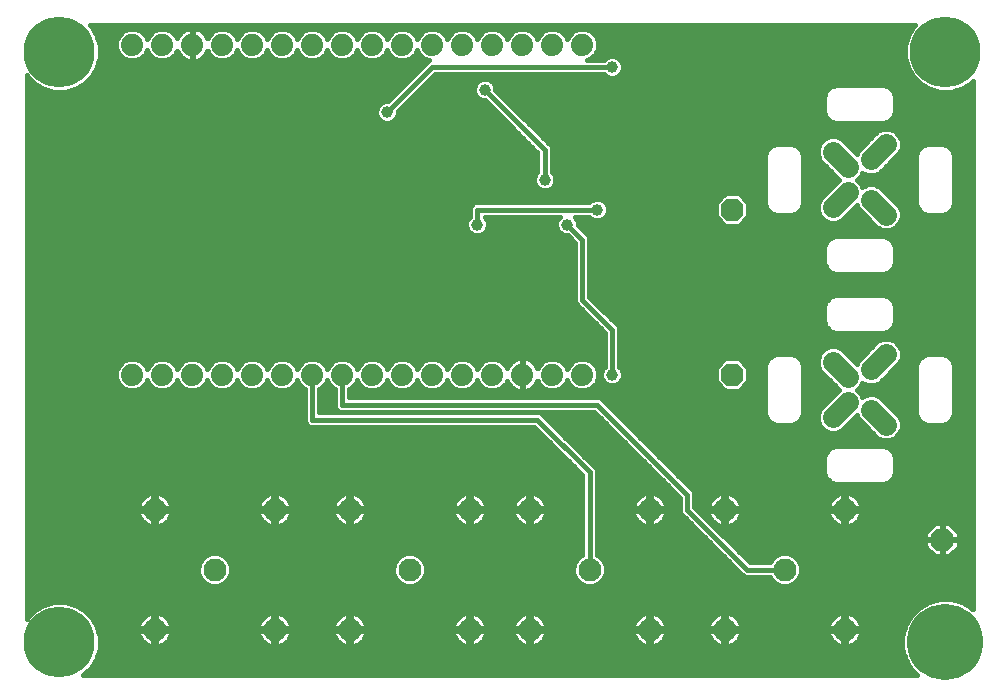
<source format=gbl>
G75*
%MOIN*%
%OFA0B0*%
%FSLAX24Y24*%
%IPPOS*%
%LPD*%
%AMOC8*
5,1,8,0,0,1.08239X$1,22.5*
%
%ADD10C,0.0709*%
%ADD11C,0.0765*%
%ADD12C,0.0740*%
%ADD13OC8,0.0760*%
%ADD14C,0.0160*%
%ADD15C,0.0396*%
%ADD16C,0.2362*%
%ADD17C,0.2540*%
D10*
X027545Y012909D02*
X028046Y013410D01*
X028814Y013164D02*
X029315Y012663D01*
X028046Y014257D02*
X027545Y014758D01*
X028814Y014503D02*
X029315Y015004D01*
X029315Y019663D02*
X028814Y020164D01*
X028046Y020410D02*
X027545Y019909D01*
X028046Y021257D02*
X027545Y021758D01*
X028814Y021503D02*
X029315Y022004D01*
D11*
X027930Y009833D03*
X025930Y007833D03*
X023930Y009833D03*
X021430Y009833D03*
X019430Y007833D03*
X017430Y009833D03*
X015430Y009833D03*
X013430Y007833D03*
X011430Y009833D03*
X008930Y009833D03*
X006930Y007833D03*
X004930Y009833D03*
X004930Y005833D03*
X008930Y005833D03*
X011430Y005833D03*
X015430Y005833D03*
X017430Y005833D03*
X021430Y005833D03*
X023930Y005833D03*
X027930Y005833D03*
D12*
X019180Y014333D03*
X018180Y014333D03*
X017180Y014333D03*
X016180Y014333D03*
X015180Y014333D03*
X014180Y014333D03*
X013180Y014333D03*
X012180Y014333D03*
X011180Y014333D03*
X010180Y014333D03*
X009180Y014333D03*
X008180Y014333D03*
X007180Y014333D03*
X006180Y014333D03*
X005180Y014333D03*
X004180Y014333D03*
X004180Y025333D03*
X005180Y025333D03*
X006180Y025333D03*
X007180Y025333D03*
X008180Y025333D03*
X009180Y025333D03*
X010180Y025333D03*
X011180Y025333D03*
X012180Y025333D03*
X013180Y025333D03*
X014180Y025333D03*
X015180Y025333D03*
X016180Y025333D03*
X017180Y025333D03*
X018180Y025333D03*
X019180Y025333D03*
D13*
X024180Y019833D03*
X024180Y014333D03*
X031180Y008833D03*
D14*
X030355Y004313D02*
X002541Y004313D01*
X002578Y004335D01*
X002828Y004585D01*
X003005Y004890D01*
X003096Y005232D01*
X003096Y005585D01*
X003005Y005926D01*
X002828Y006232D01*
X002578Y006481D01*
X002272Y006658D01*
X001931Y006749D01*
X001578Y006749D01*
X001237Y006658D01*
X000931Y006481D01*
X000682Y006232D01*
X000660Y006194D01*
X000660Y024307D01*
X000682Y024270D01*
X000931Y024020D01*
X001237Y023843D01*
X001578Y023752D01*
X001931Y023752D01*
X002272Y023843D01*
X002578Y024020D01*
X002828Y024270D01*
X003005Y024576D01*
X003096Y024917D01*
X003096Y025270D01*
X003005Y025611D01*
X002828Y025917D01*
X002771Y025973D01*
X030266Y025973D01*
X030209Y025917D01*
X030033Y025611D01*
X029941Y025270D01*
X029941Y024917D01*
X030033Y024576D01*
X030209Y024270D01*
X030459Y024020D01*
X030765Y023843D01*
X031106Y023752D01*
X031459Y023752D01*
X031800Y023843D01*
X032106Y024020D01*
X032192Y024106D01*
X032192Y006521D01*
X032160Y006552D01*
X031834Y006741D01*
X031471Y006838D01*
X031094Y006838D01*
X030730Y006741D01*
X030404Y006552D01*
X030138Y006286D01*
X029950Y005960D01*
X029852Y005596D01*
X029852Y005220D01*
X029950Y004856D01*
X030138Y004530D01*
X030355Y004313D01*
X030201Y004467D02*
X002711Y004467D01*
X002852Y004626D02*
X030083Y004626D01*
X029991Y004784D02*
X002943Y004784D01*
X003019Y004943D02*
X029927Y004943D01*
X029884Y005101D02*
X003061Y005101D01*
X003096Y005260D02*
X029852Y005260D01*
X029852Y005418D02*
X028310Y005418D01*
X028296Y005404D02*
X028359Y005467D01*
X028411Y005539D01*
X028451Y005617D01*
X028479Y005702D01*
X028492Y005786D01*
X027978Y005786D01*
X027978Y005881D01*
X028492Y005881D01*
X028479Y005965D01*
X028451Y006049D01*
X028411Y006128D01*
X028359Y006200D01*
X028296Y006262D01*
X028225Y006314D01*
X028146Y006355D01*
X028062Y006382D01*
X027978Y006395D01*
X027978Y005881D01*
X027882Y005881D01*
X027882Y005786D01*
X027368Y005786D01*
X027381Y005702D01*
X027409Y005617D01*
X027449Y005539D01*
X027501Y005467D01*
X027564Y005404D01*
X027635Y005352D01*
X027714Y005312D01*
X027798Y005285D01*
X027882Y005271D01*
X027882Y005786D01*
X027978Y005786D01*
X027978Y005271D01*
X028062Y005285D01*
X028146Y005312D01*
X028225Y005352D01*
X028296Y005404D01*
X028431Y005577D02*
X029852Y005577D01*
X029890Y005735D02*
X028484Y005735D01*
X028490Y005894D02*
X029932Y005894D01*
X030003Y006052D02*
X028450Y006052D01*
X028348Y006211D02*
X030095Y006211D01*
X030221Y006369D02*
X028101Y006369D01*
X027978Y006369D02*
X027882Y006369D01*
X027882Y006395D02*
X027798Y006382D01*
X027714Y006355D01*
X027635Y006314D01*
X027564Y006262D01*
X027501Y006200D01*
X027449Y006128D01*
X027409Y006049D01*
X027381Y005965D01*
X027368Y005881D01*
X027882Y005881D01*
X027882Y006395D01*
X027759Y006369D02*
X024101Y006369D01*
X024062Y006382D02*
X023978Y006395D01*
X023978Y005881D01*
X024492Y005881D01*
X024479Y005965D01*
X024451Y006049D01*
X024411Y006128D01*
X024359Y006200D01*
X024296Y006262D01*
X024225Y006314D01*
X024146Y006355D01*
X024062Y006382D01*
X023978Y006369D02*
X023882Y006369D01*
X023882Y006395D02*
X023798Y006382D01*
X023714Y006355D01*
X023635Y006314D01*
X023564Y006262D01*
X023501Y006200D01*
X023449Y006128D01*
X023409Y006049D01*
X023381Y005965D01*
X023368Y005881D01*
X023882Y005881D01*
X023882Y005786D01*
X023368Y005786D01*
X023381Y005702D01*
X023409Y005617D01*
X023449Y005539D01*
X023501Y005467D01*
X023564Y005404D01*
X023635Y005352D01*
X023714Y005312D01*
X023798Y005285D01*
X023882Y005271D01*
X023882Y005786D01*
X023978Y005786D01*
X023978Y005881D01*
X023882Y005881D01*
X023882Y006395D01*
X023759Y006369D02*
X021601Y006369D01*
X021562Y006382D02*
X021478Y006395D01*
X021478Y005881D01*
X021992Y005881D01*
X021979Y005965D01*
X021951Y006049D01*
X021911Y006128D01*
X021859Y006200D01*
X021796Y006262D01*
X021725Y006314D01*
X021646Y006355D01*
X021562Y006382D01*
X021478Y006369D02*
X021382Y006369D01*
X021382Y006395D02*
X021298Y006382D01*
X021214Y006355D01*
X021135Y006314D01*
X021064Y006262D01*
X021001Y006200D01*
X020949Y006128D01*
X020909Y006049D01*
X020881Y005965D01*
X020868Y005881D01*
X021382Y005881D01*
X021382Y005786D01*
X020868Y005786D01*
X020881Y005702D01*
X020909Y005617D01*
X020949Y005539D01*
X021001Y005467D01*
X021064Y005404D01*
X021135Y005352D01*
X021214Y005312D01*
X021298Y005285D01*
X021382Y005271D01*
X021382Y005786D01*
X021478Y005786D01*
X021478Y005881D01*
X021382Y005881D01*
X021382Y006395D01*
X021259Y006369D02*
X017601Y006369D01*
X017562Y006382D02*
X017478Y006395D01*
X017478Y005881D01*
X017992Y005881D01*
X017979Y005965D01*
X017951Y006049D01*
X017911Y006128D01*
X017859Y006200D01*
X017796Y006262D01*
X017725Y006314D01*
X017646Y006355D01*
X017562Y006382D01*
X017478Y006369D02*
X017382Y006369D01*
X017382Y006395D02*
X017298Y006382D01*
X017214Y006355D01*
X017135Y006314D01*
X017064Y006262D01*
X017001Y006200D01*
X016949Y006128D01*
X016909Y006049D01*
X016881Y005965D01*
X016868Y005881D01*
X017382Y005881D01*
X017382Y005786D01*
X016868Y005786D01*
X016881Y005702D01*
X016909Y005617D01*
X016949Y005539D01*
X017001Y005467D01*
X017064Y005404D01*
X017135Y005352D01*
X017214Y005312D01*
X017298Y005285D01*
X017382Y005271D01*
X017382Y005786D01*
X017478Y005786D01*
X017478Y005881D01*
X017382Y005881D01*
X017382Y006395D01*
X017259Y006369D02*
X015601Y006369D01*
X015562Y006382D02*
X015478Y006395D01*
X015478Y005881D01*
X015992Y005881D01*
X015979Y005965D01*
X015951Y006049D01*
X015911Y006128D01*
X015859Y006200D01*
X015796Y006262D01*
X015725Y006314D01*
X015646Y006355D01*
X015562Y006382D01*
X015478Y006369D02*
X015382Y006369D01*
X015382Y006395D02*
X015298Y006382D01*
X015214Y006355D01*
X015135Y006314D01*
X015064Y006262D01*
X015001Y006200D01*
X014949Y006128D01*
X014909Y006049D01*
X014881Y005965D01*
X014868Y005881D01*
X015382Y005881D01*
X015382Y005786D01*
X014868Y005786D01*
X014881Y005702D01*
X014909Y005617D01*
X014949Y005539D01*
X015001Y005467D01*
X015064Y005404D01*
X015135Y005352D01*
X015214Y005312D01*
X015298Y005285D01*
X015382Y005271D01*
X015382Y005786D01*
X015478Y005786D01*
X015478Y005881D01*
X015382Y005881D01*
X015382Y006395D01*
X015259Y006369D02*
X011601Y006369D01*
X011562Y006382D02*
X011646Y006355D01*
X011725Y006314D01*
X011796Y006262D01*
X011859Y006200D01*
X011911Y006128D01*
X011951Y006049D01*
X011979Y005965D01*
X011992Y005881D01*
X011478Y005881D01*
X011478Y005786D01*
X011992Y005786D01*
X011979Y005702D01*
X011951Y005617D01*
X011911Y005539D01*
X011859Y005467D01*
X011796Y005404D01*
X011725Y005352D01*
X011646Y005312D01*
X011562Y005285D01*
X011478Y005271D01*
X011478Y005786D01*
X011382Y005786D01*
X010868Y005786D01*
X010881Y005702D01*
X010909Y005617D01*
X010949Y005539D01*
X011001Y005467D01*
X011064Y005404D01*
X011135Y005352D01*
X011214Y005312D01*
X011298Y005285D01*
X011382Y005271D01*
X011382Y005786D01*
X011382Y005881D01*
X010868Y005881D01*
X010881Y005965D01*
X010909Y006049D01*
X010949Y006128D01*
X011001Y006200D01*
X011064Y006262D01*
X011135Y006314D01*
X011214Y006355D01*
X011298Y006382D01*
X011382Y006395D01*
X011382Y005881D01*
X011478Y005881D01*
X011478Y006395D01*
X011562Y006382D01*
X011478Y006369D02*
X011382Y006369D01*
X011259Y006369D02*
X009101Y006369D01*
X009062Y006382D02*
X008978Y006395D01*
X008978Y005881D01*
X009492Y005881D01*
X009479Y005965D01*
X009451Y006049D01*
X009411Y006128D01*
X009359Y006200D01*
X009296Y006262D01*
X009225Y006314D01*
X009146Y006355D01*
X009062Y006382D01*
X008978Y006369D02*
X008882Y006369D01*
X008882Y006395D02*
X008798Y006382D01*
X008714Y006355D01*
X008635Y006314D01*
X008564Y006262D01*
X008501Y006200D01*
X008449Y006128D01*
X008409Y006049D01*
X008381Y005965D01*
X008368Y005881D01*
X008882Y005881D01*
X008882Y005786D01*
X008368Y005786D01*
X008381Y005702D01*
X008409Y005617D01*
X008449Y005539D01*
X008501Y005467D01*
X008564Y005404D01*
X008635Y005352D01*
X008714Y005312D01*
X008798Y005285D01*
X008882Y005271D01*
X008882Y005786D01*
X008978Y005786D01*
X008978Y005881D01*
X008882Y005881D01*
X008882Y006395D01*
X008759Y006369D02*
X005101Y006369D01*
X005062Y006382D02*
X004978Y006395D01*
X004978Y005881D01*
X005492Y005881D01*
X005479Y005965D01*
X005451Y006049D01*
X005411Y006128D01*
X005359Y006200D01*
X005296Y006262D01*
X005225Y006314D01*
X005146Y006355D01*
X005062Y006382D01*
X004978Y006369D02*
X004882Y006369D01*
X004882Y006395D02*
X004798Y006382D01*
X004714Y006355D01*
X004635Y006314D01*
X004564Y006262D01*
X004501Y006200D01*
X004449Y006128D01*
X004409Y006049D01*
X004381Y005965D01*
X004368Y005881D01*
X004882Y005881D01*
X004882Y005786D01*
X004368Y005786D01*
X004381Y005702D01*
X004409Y005617D01*
X004449Y005539D01*
X004501Y005467D01*
X004564Y005404D01*
X004635Y005352D01*
X004714Y005312D01*
X004798Y005285D01*
X004882Y005271D01*
X004882Y005786D01*
X004978Y005786D01*
X004978Y005881D01*
X004882Y005881D01*
X004882Y006395D01*
X004759Y006369D02*
X002690Y006369D01*
X002840Y006211D02*
X004512Y006211D01*
X004410Y006052D02*
X002931Y006052D01*
X003013Y005894D02*
X004370Y005894D01*
X004376Y005735D02*
X003056Y005735D01*
X003096Y005577D02*
X004429Y005577D01*
X004550Y005418D02*
X003096Y005418D01*
X002498Y006528D02*
X030380Y006528D01*
X030636Y006686D02*
X002166Y006686D01*
X001343Y006686D02*
X000660Y006686D01*
X000660Y006528D02*
X001012Y006528D01*
X000819Y006369D02*
X000660Y006369D01*
X000660Y006211D02*
X000670Y006211D01*
X000660Y006845D02*
X032192Y006845D01*
X032192Y007003D02*
X000660Y007003D01*
X000660Y007162D02*
X032192Y007162D01*
X032192Y007320D02*
X026109Y007320D01*
X026038Y007291D02*
X026237Y007373D01*
X026390Y007526D01*
X026472Y007725D01*
X026472Y007941D01*
X026390Y008141D01*
X026237Y008293D01*
X026038Y008376D01*
X025822Y008376D01*
X025623Y008293D01*
X025470Y008141D01*
X025442Y008073D01*
X024779Y008073D01*
X022920Y009933D01*
X022920Y010381D01*
X022883Y010469D01*
X019816Y013537D01*
X019728Y013573D01*
X011420Y013573D01*
X011420Y013859D01*
X011480Y013884D01*
X011629Y014033D01*
X011680Y014155D01*
X011731Y014033D01*
X011880Y013884D01*
X012075Y013803D01*
X012285Y013803D01*
X012480Y013884D01*
X012629Y014033D01*
X012680Y014155D01*
X012731Y014033D01*
X012880Y013884D01*
X013075Y013803D01*
X013285Y013803D01*
X013480Y013884D01*
X013629Y014033D01*
X013680Y014155D01*
X013731Y014033D01*
X013880Y013884D01*
X014075Y013803D01*
X014285Y013803D01*
X014480Y013884D01*
X014629Y014033D01*
X014680Y014155D01*
X014731Y014033D01*
X014880Y013884D01*
X015075Y013803D01*
X015285Y013803D01*
X015480Y013884D01*
X015629Y014033D01*
X015680Y014155D01*
X015731Y014033D01*
X015880Y013884D01*
X016075Y013803D01*
X016285Y013803D01*
X016480Y013884D01*
X016629Y014033D01*
X016669Y014128D01*
X016670Y014122D01*
X016710Y014045D01*
X016760Y013975D01*
X016822Y013914D01*
X016892Y013863D01*
X016969Y013824D01*
X017051Y013797D01*
X017137Y013783D01*
X017160Y013783D01*
X017160Y014313D01*
X017200Y014313D01*
X017200Y013783D01*
X017223Y013783D01*
X017309Y013797D01*
X017391Y013824D01*
X017468Y013863D01*
X017538Y013914D01*
X017600Y013975D01*
X017650Y014045D01*
X017690Y014122D01*
X017691Y014128D01*
X017731Y014033D01*
X017880Y013884D01*
X018075Y013803D01*
X018285Y013803D01*
X018480Y013884D01*
X018629Y014033D01*
X018680Y014155D01*
X018731Y014033D01*
X018880Y013884D01*
X019075Y013803D01*
X019285Y013803D01*
X019480Y013884D01*
X019629Y014033D01*
X019710Y014228D01*
X019710Y014439D01*
X019629Y014634D01*
X019480Y014783D01*
X019285Y014863D01*
X019075Y014863D01*
X018880Y014783D01*
X018731Y014634D01*
X018680Y014511D01*
X018629Y014634D01*
X018480Y014783D01*
X018285Y014863D01*
X018075Y014863D01*
X017880Y014783D01*
X017731Y014634D01*
X017691Y014539D01*
X017690Y014544D01*
X017650Y014622D01*
X017600Y014692D01*
X017538Y014753D01*
X017468Y014804D01*
X017391Y014843D01*
X017309Y014870D01*
X017223Y014883D01*
X017200Y014883D01*
X017200Y014353D01*
X017160Y014353D01*
X017160Y014883D01*
X017137Y014883D01*
X017051Y014870D01*
X016969Y014843D01*
X016892Y014804D01*
X016822Y014753D01*
X016760Y014692D01*
X016710Y014622D01*
X016670Y014544D01*
X016669Y014539D01*
X016629Y014634D01*
X016480Y014783D01*
X016285Y014863D01*
X016075Y014863D01*
X015880Y014783D01*
X015731Y014634D01*
X015680Y014511D01*
X015629Y014634D01*
X015480Y014783D01*
X015285Y014863D01*
X015075Y014863D01*
X014880Y014783D01*
X014731Y014634D01*
X014680Y014511D01*
X014629Y014634D01*
X014480Y014783D01*
X014285Y014863D01*
X014075Y014863D01*
X013880Y014783D01*
X013731Y014634D01*
X013680Y014511D01*
X013629Y014634D01*
X013480Y014783D01*
X013285Y014863D01*
X013075Y014863D01*
X012880Y014783D01*
X012731Y014634D01*
X012680Y014511D01*
X012629Y014634D01*
X012480Y014783D01*
X012285Y014863D01*
X012075Y014863D01*
X011880Y014783D01*
X011731Y014634D01*
X011680Y014511D01*
X011629Y014634D01*
X011480Y014783D01*
X011285Y014863D01*
X011075Y014863D01*
X010880Y014783D01*
X010731Y014634D01*
X010680Y014511D01*
X010629Y014634D01*
X010480Y014783D01*
X010285Y014863D01*
X010075Y014863D01*
X009880Y014783D01*
X009731Y014634D01*
X009680Y014511D01*
X009629Y014634D01*
X009480Y014783D01*
X009285Y014863D01*
X009075Y014863D01*
X008880Y014783D01*
X008731Y014634D01*
X008680Y014511D01*
X008629Y014634D01*
X008480Y014783D01*
X008285Y014863D01*
X008075Y014863D01*
X007880Y014783D01*
X007731Y014634D01*
X007680Y014511D01*
X007629Y014634D01*
X007480Y014783D01*
X007285Y014863D01*
X007075Y014863D01*
X006880Y014783D01*
X006731Y014634D01*
X006680Y014511D01*
X006629Y014634D01*
X006480Y014783D01*
X006285Y014863D01*
X006075Y014863D01*
X005880Y014783D01*
X005731Y014634D01*
X005680Y014511D01*
X005629Y014634D01*
X005480Y014783D01*
X005285Y014863D01*
X005075Y014863D01*
X004880Y014783D01*
X004731Y014634D01*
X004680Y014511D01*
X004629Y014634D01*
X004480Y014783D01*
X004285Y014863D01*
X004075Y014863D01*
X003880Y014783D01*
X003731Y014634D01*
X003650Y014439D01*
X003650Y014228D01*
X003731Y014033D01*
X003880Y013884D01*
X004075Y013803D01*
X004285Y013803D01*
X004480Y013884D01*
X004629Y014033D01*
X004680Y014155D01*
X004731Y014033D01*
X004880Y013884D01*
X005075Y013803D01*
X005285Y013803D01*
X005480Y013884D01*
X005629Y014033D01*
X005680Y014155D01*
X005731Y014033D01*
X005880Y013884D01*
X006075Y013803D01*
X006285Y013803D01*
X006480Y013884D01*
X006629Y014033D01*
X006680Y014155D01*
X006731Y014033D01*
X006880Y013884D01*
X007075Y013803D01*
X007285Y013803D01*
X007480Y013884D01*
X007629Y014033D01*
X007680Y014155D01*
X007731Y014033D01*
X007880Y013884D01*
X008075Y013803D01*
X008285Y013803D01*
X008480Y013884D01*
X008629Y014033D01*
X008680Y014155D01*
X008731Y014033D01*
X008880Y013884D01*
X009075Y013803D01*
X009285Y013803D01*
X009480Y013884D01*
X009629Y014033D01*
X009680Y014155D01*
X009731Y014033D01*
X009880Y013884D01*
X009940Y013859D01*
X009940Y012786D01*
X009977Y012697D01*
X010044Y012630D01*
X010132Y012593D01*
X017581Y012593D01*
X019190Y010984D01*
X019190Y008321D01*
X019123Y008293D01*
X018970Y008141D01*
X018888Y007941D01*
X018888Y007725D01*
X018970Y007526D01*
X019123Y007373D01*
X019322Y007291D01*
X019538Y007291D01*
X019737Y007373D01*
X019890Y007526D01*
X019972Y007725D01*
X019972Y007941D01*
X019890Y008141D01*
X019737Y008293D01*
X019670Y008321D01*
X019670Y011131D01*
X019633Y011219D01*
X019566Y011287D01*
X017816Y013037D01*
X017728Y013073D01*
X010420Y013073D01*
X010420Y013859D01*
X010480Y013884D01*
X010629Y014033D01*
X010680Y014155D01*
X010731Y014033D01*
X010880Y013884D01*
X010940Y013859D01*
X010940Y013286D01*
X010977Y013197D01*
X011044Y013130D01*
X011132Y013093D01*
X019581Y013093D01*
X022440Y010234D01*
X022440Y009786D01*
X022477Y009697D01*
X024477Y007697D01*
X024544Y007630D01*
X024632Y007593D01*
X025442Y007593D01*
X025470Y007526D01*
X025623Y007373D01*
X025822Y007291D01*
X026038Y007291D01*
X025751Y007320D02*
X019609Y007320D01*
X019843Y007479D02*
X025517Y007479D01*
X025930Y007833D02*
X024680Y007833D01*
X022680Y009833D01*
X022680Y010333D01*
X019680Y013333D01*
X011180Y013333D01*
X011180Y014333D01*
X010688Y014136D02*
X010672Y014136D01*
X010574Y013977D02*
X010786Y013977D01*
X010940Y013819D02*
X010420Y013819D01*
X010420Y013660D02*
X010940Y013660D01*
X010940Y013502D02*
X010420Y013502D01*
X010420Y013343D02*
X010940Y013343D01*
X010989Y013185D02*
X010420Y013185D01*
X009940Y013185D02*
X000660Y013185D01*
X000660Y013343D02*
X009940Y013343D01*
X009940Y013502D02*
X000660Y013502D01*
X000660Y013660D02*
X009940Y013660D01*
X009940Y013819D02*
X009323Y013819D01*
X009037Y013819D02*
X008323Y013819D01*
X008037Y013819D02*
X007323Y013819D01*
X007037Y013819D02*
X006323Y013819D01*
X006037Y013819D02*
X005323Y013819D01*
X005037Y013819D02*
X004323Y013819D01*
X004037Y013819D02*
X000660Y013819D01*
X000660Y013977D02*
X003786Y013977D01*
X003688Y014136D02*
X000660Y014136D01*
X000660Y014294D02*
X003650Y014294D01*
X003656Y014453D02*
X000660Y014453D01*
X000660Y014611D02*
X003721Y014611D01*
X003867Y014770D02*
X000660Y014770D01*
X000660Y014928D02*
X019940Y014928D01*
X019940Y014770D02*
X019493Y014770D01*
X019639Y014611D02*
X019940Y014611D01*
X019940Y014600D02*
X019876Y014536D01*
X019822Y014405D01*
X019822Y014262D01*
X019876Y014130D01*
X019977Y014030D01*
X020109Y013975D01*
X020251Y013975D01*
X020383Y014030D01*
X020484Y014130D01*
X020538Y014262D01*
X020538Y014405D01*
X020484Y014536D01*
X020420Y014600D01*
X020420Y015881D01*
X020383Y015969D01*
X019420Y016933D01*
X019420Y018881D01*
X019383Y018969D01*
X019038Y019315D01*
X019038Y019405D01*
X018984Y019536D01*
X018926Y019593D01*
X019414Y019593D01*
X019477Y019530D01*
X019609Y019475D01*
X019751Y019475D01*
X019883Y019530D01*
X019984Y019630D01*
X020038Y019762D01*
X020038Y019905D01*
X019984Y020036D01*
X019883Y020137D01*
X019751Y020191D01*
X019609Y020191D01*
X019477Y020137D01*
X019414Y020073D01*
X015632Y020073D01*
X015544Y020037D01*
X015477Y019969D01*
X015440Y019881D01*
X015440Y019600D01*
X015376Y019536D01*
X015322Y019405D01*
X015322Y019262D01*
X015376Y019130D01*
X015477Y019030D01*
X015609Y018975D01*
X015751Y018975D01*
X015883Y019030D01*
X015984Y019130D01*
X016038Y019262D01*
X016038Y019405D01*
X015984Y019536D01*
X015926Y019593D01*
X018434Y019593D01*
X018376Y019536D01*
X018322Y019405D01*
X018322Y019262D01*
X018376Y019130D01*
X018477Y019030D01*
X018609Y018975D01*
X018699Y018975D01*
X018940Y018734D01*
X018940Y016786D01*
X018977Y016697D01*
X019044Y016630D01*
X019940Y015734D01*
X019940Y014600D01*
X019842Y014453D02*
X019704Y014453D01*
X019710Y014294D02*
X019822Y014294D01*
X019874Y014136D02*
X019672Y014136D01*
X019574Y013977D02*
X020104Y013977D01*
X020256Y013977D02*
X023772Y013977D01*
X023640Y014110D02*
X023956Y013793D01*
X024404Y013793D01*
X024720Y014110D01*
X024720Y014557D01*
X024404Y014873D01*
X023956Y014873D01*
X023640Y014557D01*
X023640Y014110D01*
X023640Y014136D02*
X020486Y014136D01*
X020538Y014294D02*
X023640Y014294D01*
X023640Y014453D02*
X020518Y014453D01*
X020420Y014611D02*
X023694Y014611D01*
X023853Y014770D02*
X020420Y014770D01*
X020420Y014928D02*
X025460Y014928D01*
X025481Y014949D02*
X025346Y014814D01*
X025273Y014637D01*
X025273Y013029D01*
X025346Y012853D01*
X025481Y012718D01*
X025657Y012645D01*
X026163Y012645D01*
X026340Y012718D01*
X026475Y012853D01*
X026548Y013029D01*
X026548Y013220D01*
X026548Y014447D01*
X026548Y014637D01*
X026475Y014814D01*
X026340Y014949D01*
X026163Y015022D01*
X025657Y015022D01*
X025481Y014949D01*
X025328Y014770D02*
X024507Y014770D01*
X024666Y014611D02*
X025273Y014611D01*
X025273Y014453D02*
X024720Y014453D01*
X024720Y014294D02*
X025273Y014294D01*
X025273Y014136D02*
X024720Y014136D01*
X024588Y013977D02*
X025273Y013977D01*
X025273Y013819D02*
X024429Y013819D01*
X023931Y013819D02*
X019323Y013819D01*
X019037Y013819D02*
X018323Y013819D01*
X018037Y013819D02*
X017376Y013819D01*
X017200Y013819D02*
X017160Y013819D01*
X017160Y013977D02*
X017200Y013977D01*
X017200Y014136D02*
X017160Y014136D01*
X017160Y014294D02*
X017200Y014294D01*
X017200Y014453D02*
X017160Y014453D01*
X017160Y014611D02*
X017200Y014611D01*
X017200Y014770D02*
X017160Y014770D01*
X016845Y014770D02*
X016493Y014770D01*
X016639Y014611D02*
X016704Y014611D01*
X016759Y013977D02*
X016574Y013977D01*
X016323Y013819D02*
X016984Y013819D01*
X017601Y013977D02*
X017786Y013977D01*
X017721Y014611D02*
X017656Y014611D01*
X017515Y014770D02*
X017867Y014770D01*
X018493Y014770D02*
X018867Y014770D01*
X018721Y014611D02*
X018639Y014611D01*
X018672Y014136D02*
X018688Y014136D01*
X018786Y013977D02*
X018574Y013977D01*
X019851Y013502D02*
X025273Y013502D01*
X025273Y013660D02*
X011420Y013660D01*
X011420Y013819D02*
X012037Y013819D01*
X012323Y013819D02*
X013037Y013819D01*
X013323Y013819D02*
X014037Y013819D01*
X014323Y013819D02*
X015037Y013819D01*
X015323Y013819D02*
X016037Y013819D01*
X015786Y013977D02*
X015574Y013977D01*
X015672Y014136D02*
X015688Y014136D01*
X015721Y014611D02*
X015639Y014611D01*
X015493Y014770D02*
X015867Y014770D01*
X014867Y014770D02*
X014493Y014770D01*
X014639Y014611D02*
X014721Y014611D01*
X014688Y014136D02*
X014672Y014136D01*
X014574Y013977D02*
X014786Y013977D01*
X013786Y013977D02*
X013574Y013977D01*
X013672Y014136D02*
X013688Y014136D01*
X013721Y014611D02*
X013639Y014611D01*
X013493Y014770D02*
X013867Y014770D01*
X012867Y014770D02*
X012493Y014770D01*
X012639Y014611D02*
X012721Y014611D01*
X012688Y014136D02*
X012672Y014136D01*
X012574Y013977D02*
X012786Y013977D01*
X011786Y013977D02*
X011574Y013977D01*
X011672Y014136D02*
X011688Y014136D01*
X011721Y014611D02*
X011639Y014611D01*
X011493Y014770D02*
X011867Y014770D01*
X010867Y014770D02*
X010493Y014770D01*
X010639Y014611D02*
X010721Y014611D01*
X010180Y014333D02*
X010180Y012833D01*
X017680Y012833D01*
X019430Y011083D01*
X019430Y007833D01*
X018924Y007637D02*
X013936Y007637D01*
X013972Y007725D02*
X013890Y007526D01*
X013737Y007373D01*
X013538Y007291D01*
X013322Y007291D01*
X013123Y007373D01*
X012970Y007526D01*
X012888Y007725D01*
X012888Y007941D01*
X012970Y008141D01*
X013123Y008293D01*
X013322Y008376D01*
X013538Y008376D01*
X013737Y008293D01*
X013890Y008141D01*
X013972Y007941D01*
X013972Y007725D01*
X013972Y007796D02*
X018888Y007796D01*
X018893Y007954D02*
X013967Y007954D01*
X013901Y008113D02*
X018959Y008113D01*
X019101Y008271D02*
X013759Y008271D01*
X013101Y008271D02*
X007259Y008271D01*
X007237Y008293D02*
X007038Y008376D01*
X006822Y008376D01*
X006623Y008293D01*
X006470Y008141D01*
X006388Y007941D01*
X006388Y007725D01*
X006470Y007526D01*
X006623Y007373D01*
X006822Y007291D01*
X007038Y007291D01*
X007237Y007373D01*
X007390Y007526D01*
X007472Y007725D01*
X007472Y007941D01*
X007390Y008141D01*
X007237Y008293D01*
X007401Y008113D02*
X012959Y008113D01*
X012893Y007954D02*
X007467Y007954D01*
X007472Y007796D02*
X012888Y007796D01*
X012924Y007637D02*
X007436Y007637D01*
X007343Y007479D02*
X013017Y007479D01*
X013251Y007320D02*
X007109Y007320D01*
X006751Y007320D02*
X000660Y007320D01*
X000660Y007479D02*
X006517Y007479D01*
X006424Y007637D02*
X000660Y007637D01*
X000660Y007796D02*
X006388Y007796D01*
X006393Y007954D02*
X000660Y007954D01*
X000660Y008113D02*
X006459Y008113D01*
X006601Y008271D02*
X000660Y008271D01*
X000660Y008430D02*
X019190Y008430D01*
X019190Y008588D02*
X000660Y008588D01*
X000660Y008747D02*
X019190Y008747D01*
X019190Y008905D02*
X000660Y008905D01*
X000660Y009064D02*
X019190Y009064D01*
X019190Y009222D02*
X000660Y009222D01*
X000660Y009381D02*
X004596Y009381D01*
X004564Y009404D02*
X004635Y009352D01*
X004714Y009312D01*
X004798Y009285D01*
X004882Y009271D01*
X004882Y009786D01*
X004368Y009786D01*
X004381Y009702D01*
X004409Y009617D01*
X004449Y009539D01*
X004501Y009467D01*
X004564Y009404D01*
X004448Y009539D02*
X000660Y009539D01*
X000660Y009698D02*
X004383Y009698D01*
X004368Y009881D02*
X004882Y009881D01*
X004882Y009786D01*
X004978Y009786D01*
X004978Y009881D01*
X005492Y009881D01*
X005479Y009965D01*
X005451Y010049D01*
X005411Y010128D01*
X005359Y010200D01*
X005296Y010262D01*
X005225Y010314D01*
X005146Y010355D01*
X005062Y010382D01*
X004978Y010395D01*
X004978Y009881D01*
X004882Y009881D01*
X004882Y010395D01*
X004798Y010382D01*
X004714Y010355D01*
X004635Y010314D01*
X004564Y010262D01*
X004501Y010200D01*
X004449Y010128D01*
X004409Y010049D01*
X004381Y009965D01*
X004368Y009881D01*
X004398Y010015D02*
X000660Y010015D01*
X000660Y010173D02*
X004482Y010173D01*
X004669Y010332D02*
X000660Y010332D01*
X000660Y010490D02*
X019190Y010490D01*
X019190Y010332D02*
X017691Y010332D01*
X017725Y010314D02*
X017646Y010355D01*
X017562Y010382D01*
X017478Y010395D01*
X017478Y009881D01*
X017992Y009881D01*
X017979Y009965D01*
X017951Y010049D01*
X017911Y010128D01*
X017859Y010200D01*
X017796Y010262D01*
X017725Y010314D01*
X017878Y010173D02*
X019190Y010173D01*
X019190Y010015D02*
X017962Y010015D01*
X017992Y009786D02*
X017478Y009786D01*
X017478Y009881D01*
X017382Y009881D01*
X017382Y009786D01*
X016868Y009786D01*
X016881Y009702D01*
X016909Y009617D01*
X016949Y009539D01*
X017001Y009467D01*
X017064Y009404D01*
X017135Y009352D01*
X017214Y009312D01*
X017298Y009285D01*
X017382Y009271D01*
X017382Y009786D01*
X017478Y009786D01*
X017478Y009271D01*
X017562Y009285D01*
X017646Y009312D01*
X017725Y009352D01*
X017796Y009404D01*
X017859Y009467D01*
X017911Y009539D01*
X017951Y009617D01*
X017979Y009702D01*
X017992Y009786D01*
X017977Y009698D02*
X019190Y009698D01*
X019190Y009856D02*
X017478Y009856D01*
X017382Y009856D02*
X015478Y009856D01*
X015478Y009881D02*
X015992Y009881D01*
X015979Y009965D01*
X015951Y010049D01*
X015911Y010128D01*
X015859Y010200D01*
X015796Y010262D01*
X015725Y010314D01*
X015646Y010355D01*
X015562Y010382D01*
X015478Y010395D01*
X015478Y009881D01*
X015478Y009786D01*
X015992Y009786D01*
X015979Y009702D01*
X015951Y009617D01*
X015911Y009539D01*
X015859Y009467D01*
X015796Y009404D01*
X015725Y009352D01*
X015646Y009312D01*
X015562Y009285D01*
X015478Y009271D01*
X015478Y009786D01*
X015382Y009786D01*
X014868Y009786D01*
X014881Y009702D01*
X014909Y009617D01*
X014949Y009539D01*
X015001Y009467D01*
X015064Y009404D01*
X015135Y009352D01*
X015214Y009312D01*
X015298Y009285D01*
X015382Y009271D01*
X015382Y009786D01*
X015382Y009881D01*
X014868Y009881D01*
X014881Y009965D01*
X014909Y010049D01*
X014949Y010128D01*
X015001Y010200D01*
X015064Y010262D01*
X015135Y010314D01*
X015214Y010355D01*
X015298Y010382D01*
X015382Y010395D01*
X015382Y009881D01*
X015478Y009881D01*
X015382Y009856D02*
X011478Y009856D01*
X011478Y009881D02*
X011992Y009881D01*
X011979Y009965D01*
X011951Y010049D01*
X011911Y010128D01*
X011859Y010200D01*
X011796Y010262D01*
X011725Y010314D01*
X011646Y010355D01*
X011562Y010382D01*
X011478Y010395D01*
X011478Y009881D01*
X011478Y009786D01*
X011992Y009786D01*
X011979Y009702D01*
X011951Y009617D01*
X011911Y009539D01*
X011859Y009467D01*
X011796Y009404D01*
X011725Y009352D01*
X011646Y009312D01*
X011562Y009285D01*
X011478Y009271D01*
X011478Y009786D01*
X011382Y009786D01*
X010868Y009786D01*
X010881Y009702D01*
X010909Y009617D01*
X010949Y009539D01*
X011001Y009467D01*
X011064Y009404D01*
X011135Y009352D01*
X011214Y009312D01*
X011298Y009285D01*
X011382Y009271D01*
X011382Y009786D01*
X011382Y009881D01*
X010868Y009881D01*
X010881Y009965D01*
X010909Y010049D01*
X010949Y010128D01*
X011001Y010200D01*
X011064Y010262D01*
X011135Y010314D01*
X011214Y010355D01*
X011298Y010382D01*
X011382Y010395D01*
X011382Y009881D01*
X011478Y009881D01*
X011382Y009856D02*
X008978Y009856D01*
X008978Y009881D02*
X009492Y009881D01*
X009479Y009965D01*
X009451Y010049D01*
X009411Y010128D01*
X009359Y010200D01*
X009296Y010262D01*
X009225Y010314D01*
X009146Y010355D01*
X009062Y010382D01*
X008978Y010395D01*
X008978Y009881D01*
X008978Y009786D01*
X009492Y009786D01*
X009479Y009702D01*
X009451Y009617D01*
X009411Y009539D01*
X009359Y009467D01*
X009296Y009404D01*
X009225Y009352D01*
X009146Y009312D01*
X009062Y009285D01*
X008978Y009271D01*
X008978Y009786D01*
X008882Y009786D01*
X008368Y009786D01*
X008381Y009702D01*
X008409Y009617D01*
X008449Y009539D01*
X008501Y009467D01*
X008564Y009404D01*
X008635Y009352D01*
X008714Y009312D01*
X008798Y009285D01*
X008882Y009271D01*
X008882Y009786D01*
X008882Y009881D01*
X008368Y009881D01*
X008381Y009965D01*
X008409Y010049D01*
X008449Y010128D01*
X008501Y010200D01*
X008564Y010262D01*
X008635Y010314D01*
X008714Y010355D01*
X008798Y010382D01*
X008882Y010395D01*
X008882Y009881D01*
X008978Y009881D01*
X008882Y009856D02*
X004978Y009856D01*
X004978Y009786D02*
X005492Y009786D01*
X005479Y009702D01*
X005451Y009617D01*
X005411Y009539D01*
X005359Y009467D01*
X005296Y009404D01*
X005225Y009352D01*
X005146Y009312D01*
X005062Y009285D01*
X004978Y009271D01*
X004978Y009786D01*
X004978Y009698D02*
X004882Y009698D01*
X004882Y009856D02*
X000660Y009856D01*
X000660Y010649D02*
X019190Y010649D01*
X019190Y010807D02*
X000660Y010807D01*
X000660Y010966D02*
X019190Y010966D01*
X019050Y011124D02*
X000660Y011124D01*
X000660Y011283D02*
X018891Y011283D01*
X018733Y011441D02*
X000660Y011441D01*
X000660Y011600D02*
X018574Y011600D01*
X018416Y011758D02*
X000660Y011758D01*
X000660Y011917D02*
X018257Y011917D01*
X018099Y012075D02*
X000660Y012075D01*
X000660Y012234D02*
X017940Y012234D01*
X017782Y012392D02*
X000660Y012392D01*
X000660Y012551D02*
X017623Y012551D01*
X018143Y012709D02*
X019965Y012709D01*
X020123Y012551D02*
X018302Y012551D01*
X018460Y012392D02*
X020282Y012392D01*
X020440Y012234D02*
X018619Y012234D01*
X018777Y012075D02*
X020599Y012075D01*
X020757Y011917D02*
X018936Y011917D01*
X019094Y011758D02*
X020916Y011758D01*
X021074Y011600D02*
X019253Y011600D01*
X019411Y011441D02*
X021233Y011441D01*
X021391Y011283D02*
X019570Y011283D01*
X019670Y011124D02*
X021550Y011124D01*
X021708Y010966D02*
X019670Y010966D01*
X019670Y010807D02*
X021867Y010807D01*
X022025Y010649D02*
X019670Y010649D01*
X019670Y010490D02*
X022184Y010490D01*
X022342Y010332D02*
X021691Y010332D01*
X021725Y010314D02*
X021646Y010355D01*
X021562Y010382D01*
X021478Y010395D01*
X021478Y009881D01*
X021992Y009881D01*
X021979Y009965D01*
X021951Y010049D01*
X021911Y010128D01*
X021859Y010200D01*
X021796Y010262D01*
X021725Y010314D01*
X021878Y010173D02*
X022440Y010173D01*
X022440Y010015D02*
X021962Y010015D01*
X021992Y009786D02*
X021478Y009786D01*
X021478Y009881D01*
X021382Y009881D01*
X021382Y009786D01*
X020868Y009786D01*
X020881Y009702D01*
X020909Y009617D01*
X020949Y009539D01*
X021001Y009467D01*
X021064Y009404D01*
X021135Y009352D01*
X021214Y009312D01*
X021298Y009285D01*
X021382Y009271D01*
X021382Y009786D01*
X021478Y009786D01*
X021478Y009271D01*
X021562Y009285D01*
X021646Y009312D01*
X021725Y009352D01*
X021796Y009404D01*
X021859Y009467D01*
X021911Y009539D01*
X021951Y009617D01*
X021979Y009702D01*
X021992Y009786D01*
X021977Y009698D02*
X022476Y009698D01*
X022440Y009856D02*
X021478Y009856D01*
X021382Y009856D02*
X019670Y009856D01*
X019670Y009698D02*
X020883Y009698D01*
X020948Y009539D02*
X019670Y009539D01*
X019670Y009381D02*
X021096Y009381D01*
X021382Y009381D02*
X021478Y009381D01*
X021478Y009539D02*
X021382Y009539D01*
X021382Y009698D02*
X021478Y009698D01*
X021382Y009881D02*
X020868Y009881D01*
X020881Y009965D01*
X020909Y010049D01*
X020949Y010128D01*
X021001Y010200D01*
X021064Y010262D01*
X021135Y010314D01*
X021214Y010355D01*
X021298Y010382D01*
X021382Y010395D01*
X021382Y009881D01*
X021382Y010015D02*
X021478Y010015D01*
X021478Y010173D02*
X021382Y010173D01*
X021382Y010332D02*
X021478Y010332D01*
X021169Y010332D02*
X019670Y010332D01*
X019670Y010173D02*
X020982Y010173D01*
X020898Y010015D02*
X019670Y010015D01*
X019190Y009539D02*
X017912Y009539D01*
X017764Y009381D02*
X019190Y009381D01*
X019670Y009222D02*
X022952Y009222D01*
X023110Y009064D02*
X019670Y009064D01*
X019670Y008905D02*
X023269Y008905D01*
X023427Y008747D02*
X019670Y008747D01*
X019670Y008588D02*
X023586Y008588D01*
X023744Y008430D02*
X019670Y008430D01*
X019759Y008271D02*
X023903Y008271D01*
X024061Y008113D02*
X019901Y008113D01*
X019967Y007954D02*
X024220Y007954D01*
X024378Y007796D02*
X019972Y007796D01*
X019936Y007637D02*
X024537Y007637D01*
X024477Y007697D02*
X024477Y007697D01*
X024740Y008113D02*
X025459Y008113D01*
X025601Y008271D02*
X024581Y008271D01*
X024423Y008430D02*
X030792Y008430D01*
X030948Y008273D02*
X030620Y008601D01*
X030620Y008813D01*
X031160Y008813D01*
X031200Y008813D01*
X031200Y008273D01*
X031412Y008273D01*
X031740Y008601D01*
X031740Y008813D01*
X031200Y008813D01*
X031200Y008853D01*
X031740Y008853D01*
X031740Y009065D01*
X031412Y009393D01*
X031200Y009393D01*
X031200Y008853D01*
X031160Y008853D01*
X031160Y008813D01*
X031160Y008273D01*
X030948Y008273D01*
X031160Y008430D02*
X031200Y008430D01*
X031200Y008588D02*
X031160Y008588D01*
X031160Y008747D02*
X031200Y008747D01*
X031160Y008853D02*
X030620Y008853D01*
X030620Y009065D01*
X030948Y009393D01*
X031160Y009393D01*
X031160Y008853D01*
X031160Y008905D02*
X031200Y008905D01*
X031200Y009064D02*
X031160Y009064D01*
X031160Y009222D02*
X031200Y009222D01*
X031200Y009381D02*
X031160Y009381D01*
X030936Y009381D02*
X028264Y009381D01*
X028296Y009404D02*
X028359Y009467D01*
X028411Y009539D01*
X028451Y009617D01*
X028479Y009702D01*
X028492Y009786D01*
X027978Y009786D01*
X027978Y009881D01*
X028492Y009881D01*
X028479Y009965D01*
X028451Y010049D01*
X028411Y010128D01*
X028359Y010200D01*
X028296Y010262D01*
X028225Y010314D01*
X028146Y010355D01*
X028062Y010382D01*
X027978Y010395D01*
X027978Y009881D01*
X027882Y009881D01*
X027882Y009786D01*
X027368Y009786D01*
X027381Y009702D01*
X027409Y009617D01*
X027449Y009539D01*
X027501Y009467D01*
X027564Y009404D01*
X027635Y009352D01*
X027714Y009312D01*
X027798Y009285D01*
X027882Y009271D01*
X027882Y009786D01*
X027978Y009786D01*
X027978Y009271D01*
X028062Y009285D01*
X028146Y009312D01*
X028225Y009352D01*
X028296Y009404D01*
X028412Y009539D02*
X032192Y009539D01*
X032192Y009381D02*
X031424Y009381D01*
X031583Y009222D02*
X032192Y009222D01*
X032192Y009064D02*
X031740Y009064D01*
X031740Y008905D02*
X032192Y008905D01*
X032192Y008747D02*
X031740Y008747D01*
X031727Y008588D02*
X032192Y008588D01*
X032192Y008430D02*
X031568Y008430D01*
X032192Y008271D02*
X026259Y008271D01*
X026401Y008113D02*
X032192Y008113D01*
X032192Y007954D02*
X026467Y007954D01*
X026472Y007796D02*
X032192Y007796D01*
X032192Y007637D02*
X026436Y007637D01*
X026343Y007479D02*
X032192Y007479D01*
X032192Y006686D02*
X031928Y006686D01*
X032185Y006528D02*
X032192Y006528D01*
X030633Y008588D02*
X024264Y008588D01*
X024106Y008747D02*
X030620Y008747D01*
X030620Y008905D02*
X023947Y008905D01*
X023789Y009064D02*
X030620Y009064D01*
X030777Y009222D02*
X023630Y009222D01*
X023714Y009312D02*
X023798Y009285D01*
X023882Y009271D01*
X023882Y009786D01*
X023368Y009786D01*
X023381Y009702D01*
X023409Y009617D01*
X023449Y009539D01*
X023501Y009467D01*
X023564Y009404D01*
X023635Y009352D01*
X023714Y009312D01*
X023596Y009381D02*
X023472Y009381D01*
X023448Y009539D02*
X023313Y009539D01*
X023383Y009698D02*
X023155Y009698D01*
X022996Y009856D02*
X023882Y009856D01*
X023882Y009881D02*
X023882Y009786D01*
X023978Y009786D01*
X023978Y009881D01*
X024492Y009881D01*
X024479Y009965D01*
X024451Y010049D01*
X024411Y010128D01*
X024359Y010200D01*
X024296Y010262D01*
X024225Y010314D01*
X024146Y010355D01*
X024062Y010382D01*
X023978Y010395D01*
X023978Y009881D01*
X023882Y009881D01*
X023368Y009881D01*
X023381Y009965D01*
X023409Y010049D01*
X023449Y010128D01*
X023501Y010200D01*
X023564Y010262D01*
X023635Y010314D01*
X023714Y010355D01*
X023798Y010382D01*
X023882Y010395D01*
X023882Y009881D01*
X023978Y009856D02*
X027882Y009856D01*
X027882Y009881D02*
X027368Y009881D01*
X027381Y009965D01*
X027409Y010049D01*
X027449Y010128D01*
X027501Y010200D01*
X027564Y010262D01*
X027635Y010314D01*
X027714Y010355D01*
X027798Y010382D01*
X027882Y010395D01*
X027882Y009881D01*
X027978Y009856D02*
X032192Y009856D01*
X032192Y009698D02*
X028477Y009698D01*
X028462Y010015D02*
X032192Y010015D01*
X032192Y010173D02*
X028378Y010173D01*
X028191Y010332D02*
X032192Y010332D01*
X032192Y010490D02*
X022862Y010490D01*
X022920Y010332D02*
X023669Y010332D01*
X023882Y010332D02*
X023978Y010332D01*
X023978Y010173D02*
X023882Y010173D01*
X023882Y010015D02*
X023978Y010015D01*
X023978Y009786D02*
X024492Y009786D01*
X024479Y009702D01*
X024451Y009617D01*
X024411Y009539D01*
X024359Y009467D01*
X024296Y009404D01*
X024225Y009352D01*
X024146Y009312D01*
X024062Y009285D01*
X023978Y009271D01*
X023978Y009786D01*
X023978Y009698D02*
X023882Y009698D01*
X023882Y009539D02*
X023978Y009539D01*
X023978Y009381D02*
X023882Y009381D01*
X024264Y009381D02*
X027596Y009381D01*
X027448Y009539D02*
X024412Y009539D01*
X024477Y009698D02*
X027383Y009698D01*
X027398Y010015D02*
X024462Y010015D01*
X024378Y010173D02*
X027482Y010173D01*
X027669Y010332D02*
X024191Y010332D01*
X023482Y010173D02*
X022920Y010173D01*
X022920Y010015D02*
X023398Y010015D01*
X022793Y009381D02*
X021764Y009381D01*
X021912Y009539D02*
X022635Y009539D01*
X022704Y010649D02*
X032192Y010649D01*
X032192Y010807D02*
X029469Y010807D01*
X029411Y010749D02*
X029546Y010884D01*
X029619Y011061D01*
X029619Y011567D01*
X029546Y011743D01*
X029411Y011878D01*
X029234Y011951D01*
X029043Y011951D01*
X027817Y011951D01*
X027626Y011951D01*
X027449Y011878D01*
X027314Y011743D01*
X027241Y011567D01*
X027241Y011061D01*
X027314Y010884D01*
X027449Y010749D01*
X027626Y010676D01*
X029234Y010676D01*
X029411Y010749D01*
X029579Y010966D02*
X032192Y010966D01*
X032192Y011124D02*
X029619Y011124D01*
X029619Y011283D02*
X032192Y011283D01*
X032192Y011441D02*
X029619Y011441D01*
X029605Y011600D02*
X032192Y011600D01*
X032192Y011758D02*
X029530Y011758D01*
X029317Y011917D02*
X032192Y011917D01*
X032192Y012075D02*
X021277Y012075D01*
X021119Y012234D02*
X029017Y012234D01*
X029024Y012227D02*
X029213Y012149D01*
X029417Y012149D01*
X029606Y012227D01*
X029751Y012372D01*
X029829Y012561D01*
X029829Y012765D01*
X029751Y012954D01*
X029105Y013600D01*
X028916Y013678D01*
X028712Y013678D01*
X028524Y013601D01*
X028482Y013701D01*
X028350Y013833D01*
X028482Y013965D01*
X028524Y014066D01*
X028712Y013988D01*
X028916Y013988D01*
X029105Y014067D01*
X029751Y014712D01*
X029829Y014901D01*
X029829Y015106D01*
X029751Y015295D01*
X029606Y015440D01*
X029417Y015518D01*
X029213Y015518D01*
X029024Y015440D01*
X028378Y014794D01*
X028336Y014694D01*
X027836Y015194D01*
X027647Y015272D01*
X027443Y015272D01*
X027254Y015194D01*
X027109Y015049D01*
X027031Y014860D01*
X027031Y014655D01*
X027109Y014466D01*
X027742Y013833D01*
X027109Y013200D01*
X027031Y013011D01*
X027031Y012807D01*
X027109Y012618D01*
X027254Y012473D01*
X027443Y012395D01*
X027647Y012395D01*
X027836Y012473D01*
X028336Y012973D01*
X028378Y012873D01*
X029024Y012227D01*
X028858Y012392D02*
X020960Y012392D01*
X020802Y012551D02*
X027176Y012551D01*
X027071Y012709D02*
X026319Y012709D01*
X026481Y012868D02*
X027031Y012868D01*
X027037Y013026D02*
X026547Y013026D01*
X026548Y013185D02*
X027103Y013185D01*
X027252Y013343D02*
X026548Y013343D01*
X026548Y013502D02*
X027411Y013502D01*
X027569Y013660D02*
X026548Y013660D01*
X026548Y013819D02*
X027728Y013819D01*
X027598Y013977D02*
X026548Y013977D01*
X026548Y014136D02*
X027439Y014136D01*
X027281Y014294D02*
X026548Y014294D01*
X026548Y014453D02*
X027122Y014453D01*
X027049Y014611D02*
X026548Y014611D01*
X026493Y014770D02*
X027031Y014770D01*
X027059Y014928D02*
X026360Y014928D01*
X027147Y015087D02*
X020420Y015087D01*
X020420Y015245D02*
X027378Y015245D01*
X027712Y015245D02*
X028829Y015245D01*
X028671Y015087D02*
X027943Y015087D01*
X028102Y014928D02*
X028512Y014928D01*
X028368Y014770D02*
X028260Y014770D01*
X028988Y015404D02*
X020420Y015404D01*
X020420Y015562D02*
X032192Y015562D01*
X032192Y015404D02*
X029642Y015404D01*
X029772Y015245D02*
X032192Y015245D01*
X032192Y015087D02*
X029829Y015087D01*
X029829Y014928D02*
X030500Y014928D01*
X030520Y014949D02*
X030385Y014814D01*
X030312Y014637D01*
X030312Y013029D01*
X030385Y012853D01*
X030520Y012718D01*
X030697Y012645D01*
X031203Y012645D01*
X031379Y012718D01*
X031514Y012853D01*
X031587Y013029D01*
X031587Y013220D01*
X031587Y014447D01*
X031587Y014637D01*
X031514Y014814D01*
X031379Y014949D01*
X031203Y015022D01*
X030697Y015022D01*
X030520Y014949D01*
X030367Y014770D02*
X029775Y014770D01*
X029650Y014611D02*
X030312Y014611D01*
X030312Y014453D02*
X029491Y014453D01*
X029333Y014294D02*
X030312Y014294D01*
X030312Y014136D02*
X029174Y014136D01*
X028960Y013660D02*
X030312Y013660D01*
X030312Y013502D02*
X029203Y013502D01*
X029362Y013343D02*
X030312Y013343D01*
X030312Y013185D02*
X029520Y013185D01*
X029679Y013026D02*
X030313Y013026D01*
X030379Y012868D02*
X029787Y012868D01*
X029829Y012709D02*
X030541Y012709D01*
X029825Y012551D02*
X032192Y012551D01*
X032192Y012709D02*
X031359Y012709D01*
X031520Y012868D02*
X032192Y012868D01*
X032192Y013026D02*
X031586Y013026D01*
X031587Y013185D02*
X032192Y013185D01*
X032192Y013343D02*
X031587Y013343D01*
X031587Y013502D02*
X032192Y013502D01*
X032192Y013660D02*
X031587Y013660D01*
X031587Y013819D02*
X032192Y013819D01*
X032192Y013977D02*
X031587Y013977D01*
X031587Y014136D02*
X032192Y014136D01*
X032192Y014294D02*
X031587Y014294D01*
X031587Y014453D02*
X032192Y014453D01*
X032192Y014611D02*
X031587Y014611D01*
X031532Y014770D02*
X032192Y014770D01*
X032192Y014928D02*
X031400Y014928D01*
X032192Y015721D02*
X029247Y015721D01*
X029234Y015716D02*
X029411Y015789D01*
X029546Y015924D01*
X029619Y016100D01*
X029619Y016606D01*
X029546Y016782D01*
X029411Y016917D01*
X029234Y016990D01*
X029043Y016990D01*
X027817Y016990D01*
X027626Y016990D01*
X027449Y016917D01*
X027314Y016782D01*
X027241Y016606D01*
X027241Y016100D01*
X027314Y015924D01*
X027449Y015789D01*
X027626Y015716D01*
X029234Y015716D01*
X029501Y015879D02*
X032192Y015879D01*
X032192Y016038D02*
X029593Y016038D01*
X029619Y016196D02*
X032192Y016196D01*
X032192Y016355D02*
X029619Y016355D01*
X029619Y016513D02*
X032192Y016513D01*
X032192Y016672D02*
X029591Y016672D01*
X029498Y016830D02*
X032192Y016830D01*
X032192Y016989D02*
X029238Y016989D01*
X029234Y017676D02*
X029411Y017749D01*
X029546Y017884D01*
X029619Y018061D01*
X029619Y018567D01*
X029546Y018743D01*
X029411Y018878D01*
X029234Y018951D01*
X029043Y018951D01*
X027817Y018951D01*
X027626Y018951D01*
X027449Y018878D01*
X027314Y018743D01*
X027241Y018567D01*
X027241Y018061D01*
X027314Y017884D01*
X027449Y017749D01*
X027626Y017676D01*
X029234Y017676D01*
X029443Y017781D02*
X032192Y017781D01*
X032192Y017623D02*
X019420Y017623D01*
X019420Y017781D02*
X027417Y017781D01*
X027291Y017940D02*
X019420Y017940D01*
X019420Y018098D02*
X027241Y018098D01*
X027241Y018257D02*
X019420Y018257D01*
X019420Y018415D02*
X027241Y018415D01*
X027244Y018574D02*
X019420Y018574D01*
X019420Y018732D02*
X027310Y018732D01*
X027480Y018891D02*
X019416Y018891D01*
X019303Y019049D02*
X032192Y019049D01*
X032192Y018891D02*
X029380Y018891D01*
X029550Y018732D02*
X032192Y018732D01*
X032192Y018574D02*
X029616Y018574D01*
X029619Y018415D02*
X032192Y018415D01*
X032192Y018257D02*
X029619Y018257D01*
X029619Y018098D02*
X032192Y018098D01*
X032192Y017940D02*
X029569Y017940D01*
X029417Y019149D02*
X029606Y019227D01*
X029751Y019372D01*
X029829Y019561D01*
X029829Y019765D01*
X029751Y019954D01*
X029105Y020600D01*
X028916Y020678D01*
X028712Y020678D01*
X028524Y020601D01*
X028482Y020701D01*
X028350Y020833D01*
X028482Y020965D01*
X028524Y021066D01*
X028712Y020988D01*
X028916Y020988D01*
X029105Y021067D01*
X029751Y021712D01*
X029829Y021901D01*
X029829Y022106D01*
X029751Y022295D01*
X029606Y022440D01*
X029417Y022518D01*
X029213Y022518D01*
X029024Y022440D01*
X028378Y021794D01*
X028336Y021694D01*
X027836Y022194D01*
X027647Y022272D01*
X027443Y022272D01*
X027254Y022194D01*
X027109Y022049D01*
X027031Y021860D01*
X027031Y021655D01*
X027109Y021466D01*
X027742Y020833D01*
X027109Y020200D01*
X027031Y020011D01*
X027031Y019807D01*
X027109Y019618D01*
X027254Y019473D01*
X027443Y019395D01*
X027647Y019395D01*
X027836Y019473D01*
X028336Y019973D01*
X028378Y019873D01*
X029024Y019227D01*
X029213Y019149D01*
X029417Y019149D01*
X029560Y019208D02*
X032192Y019208D01*
X032192Y019366D02*
X029746Y019366D01*
X029814Y019525D02*
X032192Y019525D01*
X032192Y019683D02*
X031296Y019683D01*
X031379Y019718D02*
X031514Y019853D01*
X031587Y020029D01*
X031587Y020220D01*
X031587Y021447D01*
X031587Y021637D01*
X031514Y021814D01*
X031379Y021949D01*
X031203Y022022D01*
X030697Y022022D01*
X030520Y021949D01*
X030385Y021814D01*
X030312Y021637D01*
X030312Y020029D01*
X030385Y019853D01*
X030520Y019718D01*
X030697Y019645D01*
X031203Y019645D01*
X031379Y019718D01*
X031503Y019842D02*
X032192Y019842D01*
X032192Y020000D02*
X031575Y020000D01*
X031587Y020159D02*
X032192Y020159D01*
X032192Y020317D02*
X031587Y020317D01*
X031587Y020476D02*
X032192Y020476D01*
X032192Y020634D02*
X031587Y020634D01*
X031587Y020793D02*
X032192Y020793D01*
X032192Y020951D02*
X031587Y020951D01*
X031587Y021110D02*
X032192Y021110D01*
X032192Y021268D02*
X031587Y021268D01*
X031587Y021427D02*
X032192Y021427D01*
X032192Y021585D02*
X031587Y021585D01*
X031543Y021744D02*
X032192Y021744D01*
X032192Y021902D02*
X031426Y021902D01*
X030474Y021902D02*
X029829Y021902D01*
X029829Y022061D02*
X032192Y022061D01*
X032192Y022219D02*
X029782Y022219D01*
X029668Y022378D02*
X032192Y022378D01*
X032192Y022536D02*
X017566Y022536D01*
X017408Y022695D02*
X032192Y022695D01*
X032192Y022853D02*
X029475Y022853D01*
X029411Y022789D02*
X029546Y022924D01*
X029619Y023100D01*
X029619Y023606D01*
X029546Y023782D01*
X029411Y023917D01*
X029234Y023990D01*
X029043Y023990D01*
X027817Y023990D01*
X027626Y023990D01*
X027449Y023917D01*
X027314Y023782D01*
X027241Y023606D01*
X027241Y023100D01*
X027314Y022924D01*
X027449Y022789D01*
X027626Y022716D01*
X029234Y022716D01*
X029411Y022789D01*
X029582Y023012D02*
X032192Y023012D01*
X032192Y023170D02*
X029619Y023170D01*
X029619Y023329D02*
X032192Y023329D01*
X032192Y023487D02*
X029619Y023487D01*
X029602Y023646D02*
X032192Y023646D01*
X032192Y023804D02*
X031654Y023804D01*
X032007Y023963D02*
X032192Y023963D01*
X030911Y023804D02*
X029524Y023804D01*
X029301Y023963D02*
X030558Y023963D01*
X030358Y024121D02*
X016148Y024121D01*
X016133Y024137D02*
X016001Y024191D01*
X015859Y024191D01*
X015727Y024137D01*
X015626Y024036D01*
X015572Y023905D01*
X015572Y023762D01*
X015626Y023630D01*
X015727Y023530D01*
X015859Y023475D01*
X015949Y023475D01*
X017690Y021734D01*
X017690Y021100D01*
X017626Y021036D01*
X017572Y020905D01*
X017572Y020762D01*
X017626Y020630D01*
X017727Y020530D01*
X017859Y020475D01*
X018001Y020475D01*
X018133Y020530D01*
X018234Y020630D01*
X018288Y020762D01*
X018288Y020905D01*
X018234Y021036D01*
X018170Y021100D01*
X018170Y021881D01*
X018133Y021969D01*
X016288Y023815D01*
X016288Y023905D01*
X016234Y024036D01*
X016133Y024137D01*
X016264Y023963D02*
X027559Y023963D01*
X027336Y023804D02*
X016298Y023804D01*
X016457Y023646D02*
X027258Y023646D01*
X027241Y023487D02*
X016615Y023487D01*
X016774Y023329D02*
X027241Y023329D01*
X027241Y023170D02*
X016932Y023170D01*
X017091Y023012D02*
X027278Y023012D01*
X027385Y022853D02*
X017249Y022853D01*
X016888Y022536D02*
X000660Y022536D01*
X000660Y022378D02*
X017046Y022378D01*
X017205Y022219D02*
X000660Y022219D01*
X000660Y022061D02*
X017363Y022061D01*
X017522Y021902D02*
X000660Y021902D01*
X000660Y021744D02*
X017680Y021744D01*
X017690Y021585D02*
X000660Y021585D01*
X000660Y021427D02*
X017690Y021427D01*
X017690Y021268D02*
X000660Y021268D01*
X000660Y021110D02*
X017690Y021110D01*
X017591Y020951D02*
X000660Y020951D01*
X000660Y020793D02*
X017572Y020793D01*
X017625Y020634D02*
X000660Y020634D01*
X000660Y020476D02*
X017857Y020476D01*
X018003Y020476D02*
X025273Y020476D01*
X025273Y020634D02*
X018235Y020634D01*
X018288Y020793D02*
X025273Y020793D01*
X025273Y020951D02*
X018269Y020951D01*
X018170Y021110D02*
X025273Y021110D01*
X025273Y021268D02*
X018170Y021268D01*
X018170Y021427D02*
X025273Y021427D01*
X025273Y021585D02*
X018170Y021585D01*
X018170Y021744D02*
X025317Y021744D01*
X025346Y021814D02*
X025273Y021637D01*
X025273Y020029D01*
X025346Y019853D01*
X025481Y019718D01*
X025657Y019645D01*
X026163Y019645D01*
X026340Y019718D01*
X026475Y019853D01*
X026548Y020029D01*
X026548Y020220D01*
X026548Y021447D01*
X026548Y021637D01*
X026475Y021814D01*
X026340Y021949D01*
X026163Y022022D01*
X025657Y022022D01*
X025481Y021949D01*
X025346Y021814D01*
X025434Y021902D02*
X018161Y021902D01*
X018042Y022061D02*
X027121Y022061D01*
X027048Y021902D02*
X026386Y021902D01*
X026504Y021744D02*
X027031Y021744D01*
X027060Y021585D02*
X026548Y021585D01*
X026548Y021427D02*
X027148Y021427D01*
X027307Y021268D02*
X026548Y021268D01*
X026548Y021110D02*
X027465Y021110D01*
X027624Y020951D02*
X026548Y020951D01*
X026548Y020793D02*
X027702Y020793D01*
X027543Y020634D02*
X026548Y020634D01*
X026548Y020476D02*
X027385Y020476D01*
X027226Y020317D02*
X026548Y020317D01*
X026548Y020159D02*
X027092Y020159D01*
X027031Y020000D02*
X026536Y020000D01*
X026464Y019842D02*
X027031Y019842D01*
X027082Y019683D02*
X026257Y019683D01*
X025564Y019683D02*
X024720Y019683D01*
X024720Y019610D02*
X024404Y019293D01*
X023956Y019293D01*
X023640Y019610D01*
X023640Y020057D01*
X023956Y020373D01*
X024404Y020373D01*
X024720Y020057D01*
X024720Y019610D01*
X024635Y019525D02*
X027202Y019525D01*
X027888Y019525D02*
X028726Y019525D01*
X028884Y019366D02*
X024477Y019366D01*
X023883Y019366D02*
X019038Y019366D01*
X018988Y019525D02*
X019489Y019525D01*
X019145Y019208D02*
X029070Y019208D01*
X028567Y019683D02*
X028047Y019683D01*
X028205Y019842D02*
X028409Y019842D01*
X028510Y020634D02*
X028605Y020634D01*
X028391Y020793D02*
X030312Y020793D01*
X030312Y020951D02*
X028468Y020951D01*
X029022Y020634D02*
X030312Y020634D01*
X030312Y020476D02*
X029229Y020476D01*
X029388Y020317D02*
X030312Y020317D01*
X030312Y020159D02*
X029546Y020159D01*
X029705Y020000D02*
X030324Y020000D01*
X030396Y019842D02*
X029798Y019842D01*
X029829Y019683D02*
X030603Y019683D01*
X030312Y021110D02*
X029148Y021110D01*
X029307Y021268D02*
X030312Y021268D01*
X030312Y021427D02*
X029465Y021427D01*
X029624Y021585D02*
X030312Y021585D01*
X030356Y021744D02*
X029764Y021744D01*
X028962Y022378D02*
X017725Y022378D01*
X017883Y022219D02*
X027316Y022219D01*
X027774Y022219D02*
X028803Y022219D01*
X028645Y022061D02*
X027969Y022061D01*
X028128Y021902D02*
X028486Y021902D01*
X028357Y021744D02*
X028286Y021744D01*
X030203Y024280D02*
X020383Y024280D01*
X020484Y024380D01*
X020538Y024512D01*
X020538Y024655D01*
X020484Y024786D01*
X020383Y024887D01*
X020251Y024941D01*
X020109Y024941D01*
X019977Y024887D01*
X019914Y024823D01*
X019334Y024823D01*
X019480Y024884D01*
X019629Y025033D01*
X019710Y025228D01*
X019710Y025439D01*
X019629Y025634D01*
X019480Y025783D01*
X019285Y025863D01*
X019075Y025863D01*
X018880Y025783D01*
X018731Y025634D01*
X018680Y025511D01*
X018629Y025634D01*
X018480Y025783D01*
X018285Y025863D01*
X018075Y025863D01*
X017880Y025783D01*
X017731Y025634D01*
X017680Y025511D01*
X017629Y025634D01*
X017480Y025783D01*
X017285Y025863D01*
X017075Y025863D01*
X016880Y025783D01*
X016731Y025634D01*
X016680Y025511D01*
X016629Y025634D01*
X016480Y025783D01*
X016285Y025863D01*
X016075Y025863D01*
X015880Y025783D01*
X015731Y025634D01*
X015680Y025511D01*
X015629Y025634D01*
X015480Y025783D01*
X015285Y025863D01*
X015075Y025863D01*
X014880Y025783D01*
X014731Y025634D01*
X014680Y025511D01*
X014629Y025634D01*
X014480Y025783D01*
X014285Y025863D01*
X014075Y025863D01*
X013880Y025783D01*
X013731Y025634D01*
X013680Y025511D01*
X013629Y025634D01*
X013480Y025783D01*
X013285Y025863D01*
X013075Y025863D01*
X012880Y025783D01*
X012731Y025634D01*
X012680Y025511D01*
X012629Y025634D01*
X012480Y025783D01*
X012285Y025863D01*
X012075Y025863D01*
X011880Y025783D01*
X011731Y025634D01*
X011680Y025511D01*
X011629Y025634D01*
X011480Y025783D01*
X011285Y025863D01*
X011075Y025863D01*
X010880Y025783D01*
X010731Y025634D01*
X010680Y025511D01*
X010629Y025634D01*
X010480Y025783D01*
X010285Y025863D01*
X010075Y025863D01*
X009880Y025783D01*
X009731Y025634D01*
X009680Y025511D01*
X009629Y025634D01*
X009480Y025783D01*
X009285Y025863D01*
X009075Y025863D01*
X008880Y025783D01*
X008731Y025634D01*
X008680Y025511D01*
X008629Y025634D01*
X008480Y025783D01*
X008285Y025863D01*
X008075Y025863D01*
X007880Y025783D01*
X007731Y025634D01*
X007680Y025511D01*
X007629Y025634D01*
X007480Y025783D01*
X007285Y025863D01*
X007075Y025863D01*
X006880Y025783D01*
X006731Y025634D01*
X006691Y025539D01*
X006690Y025544D01*
X006650Y025622D01*
X006600Y025692D01*
X006538Y025753D01*
X006468Y025804D01*
X006391Y025843D01*
X006309Y025870D01*
X006223Y025883D01*
X006200Y025883D01*
X006200Y025353D01*
X006160Y025353D01*
X006160Y025883D01*
X006137Y025883D01*
X006051Y025870D01*
X005969Y025843D01*
X005892Y025804D01*
X005822Y025753D01*
X005760Y025692D01*
X005710Y025622D01*
X005670Y025544D01*
X005669Y025539D01*
X005629Y025634D01*
X005480Y025783D01*
X005285Y025863D01*
X005075Y025863D01*
X004880Y025783D01*
X004731Y025634D01*
X004680Y025511D01*
X004629Y025634D01*
X004480Y025783D01*
X004285Y025863D01*
X004075Y025863D01*
X003880Y025783D01*
X003731Y025634D01*
X003650Y025439D01*
X003650Y025228D01*
X003731Y025033D01*
X003880Y024884D01*
X004075Y024803D01*
X004285Y024803D01*
X004480Y024884D01*
X004629Y025033D01*
X004680Y025155D01*
X004731Y025033D01*
X004880Y024884D01*
X005075Y024803D01*
X005285Y024803D01*
X005480Y024884D01*
X005629Y025033D01*
X005669Y025128D01*
X005670Y025122D01*
X005710Y025045D01*
X005760Y024975D01*
X005822Y024914D01*
X005892Y024863D01*
X005969Y024824D01*
X006051Y024797D01*
X006137Y024783D01*
X006160Y024783D01*
X006160Y025313D01*
X006200Y025313D01*
X006200Y024783D01*
X006223Y024783D01*
X006309Y024797D01*
X006391Y024824D01*
X006468Y024863D01*
X006538Y024914D01*
X006600Y024975D01*
X006650Y025045D01*
X006690Y025122D01*
X006691Y025128D01*
X006731Y025033D01*
X006880Y024884D01*
X007075Y024803D01*
X007285Y024803D01*
X007480Y024884D01*
X007629Y025033D01*
X007680Y025155D01*
X007731Y025033D01*
X007880Y024884D01*
X008075Y024803D01*
X008285Y024803D01*
X008480Y024884D01*
X008629Y025033D01*
X008680Y025155D01*
X008731Y025033D01*
X008880Y024884D01*
X009075Y024803D01*
X009285Y024803D01*
X009480Y024884D01*
X009629Y025033D01*
X009680Y025155D01*
X009731Y025033D01*
X009880Y024884D01*
X010075Y024803D01*
X010285Y024803D01*
X010480Y024884D01*
X010629Y025033D01*
X010680Y025155D01*
X010731Y025033D01*
X010880Y024884D01*
X011075Y024803D01*
X011285Y024803D01*
X011480Y024884D01*
X011629Y025033D01*
X011680Y025155D01*
X011731Y025033D01*
X011880Y024884D01*
X012075Y024803D01*
X012285Y024803D01*
X012480Y024884D01*
X012629Y025033D01*
X012680Y025155D01*
X012731Y025033D01*
X012880Y024884D01*
X013075Y024803D01*
X013285Y024803D01*
X013480Y024884D01*
X013629Y025033D01*
X013680Y025155D01*
X013731Y025033D01*
X013880Y024884D01*
X014075Y024803D01*
X014084Y024803D01*
X014044Y024787D01*
X012699Y023441D01*
X012609Y023441D01*
X012477Y023387D01*
X012376Y023286D01*
X012322Y023155D01*
X012322Y023012D01*
X000660Y023012D01*
X000660Y023170D02*
X012328Y023170D01*
X012322Y023012D02*
X012376Y022880D01*
X012477Y022780D01*
X012609Y022725D01*
X012751Y022725D01*
X012883Y022780D01*
X012984Y022880D01*
X013038Y023012D01*
X016412Y023012D01*
X016254Y023170D02*
X013106Y023170D01*
X013038Y023102D02*
X014279Y024343D01*
X019914Y024343D01*
X019977Y024280D01*
X014216Y024280D01*
X014057Y024121D02*
X015712Y024121D01*
X015596Y023963D02*
X013899Y023963D01*
X013740Y023804D02*
X015572Y023804D01*
X015620Y023646D02*
X013582Y023646D01*
X013423Y023487D02*
X015829Y023487D01*
X016095Y023329D02*
X013265Y023329D01*
X013038Y023102D02*
X013038Y023012D01*
X012956Y022853D02*
X016571Y022853D01*
X016729Y022695D02*
X000660Y022695D01*
X000660Y022853D02*
X012404Y022853D01*
X012680Y023083D02*
X014180Y024583D01*
X020180Y024583D01*
X020508Y024438D02*
X030112Y024438D01*
X030027Y024597D02*
X020538Y024597D01*
X020496Y024755D02*
X029984Y024755D01*
X029942Y024914D02*
X020318Y024914D01*
X020042Y024914D02*
X019510Y024914D01*
X019646Y025072D02*
X029941Y025072D01*
X029941Y025231D02*
X019710Y025231D01*
X019710Y025389D02*
X029973Y025389D01*
X030016Y025548D02*
X019665Y025548D01*
X019556Y025706D02*
X030088Y025706D01*
X030179Y025865D02*
X006324Y025865D01*
X006200Y025865D02*
X006160Y025865D01*
X006036Y025865D02*
X002858Y025865D01*
X002949Y025706D02*
X003804Y025706D01*
X003695Y025548D02*
X003021Y025548D01*
X003064Y025389D02*
X003650Y025389D01*
X003650Y025231D02*
X003096Y025231D01*
X003096Y025072D02*
X003714Y025072D01*
X003850Y024914D02*
X003095Y024914D01*
X003053Y024755D02*
X014013Y024755D01*
X013854Y024597D02*
X003010Y024597D01*
X002925Y024438D02*
X013696Y024438D01*
X013537Y024280D02*
X002834Y024280D01*
X002680Y024121D02*
X013379Y024121D01*
X013220Y023963D02*
X002479Y023963D01*
X002127Y023804D02*
X013062Y023804D01*
X012903Y023646D02*
X000660Y023646D01*
X000660Y023804D02*
X001383Y023804D01*
X001030Y023963D02*
X000660Y023963D01*
X000660Y024121D02*
X000830Y024121D01*
X000676Y024280D02*
X000660Y024280D01*
X000660Y023487D02*
X012745Y023487D01*
X012419Y023329D02*
X000660Y023329D01*
X002680Y023333D02*
X004680Y023333D01*
X006180Y024833D01*
X006180Y025333D01*
X006160Y025389D02*
X006200Y025389D01*
X006200Y025231D02*
X006160Y025231D01*
X006160Y025072D02*
X006200Y025072D01*
X006200Y024914D02*
X006160Y024914D01*
X005822Y024914D02*
X005510Y024914D01*
X005646Y025072D02*
X005696Y025072D01*
X005672Y025548D02*
X005665Y025548D01*
X005556Y025706D02*
X005775Y025706D01*
X006160Y025706D02*
X006200Y025706D01*
X006200Y025548D02*
X006160Y025548D01*
X006585Y025706D02*
X006804Y025706D01*
X006695Y025548D02*
X006688Y025548D01*
X006664Y025072D02*
X006714Y025072D01*
X006850Y024914D02*
X006538Y024914D01*
X007510Y024914D02*
X007850Y024914D01*
X007714Y025072D02*
X007646Y025072D01*
X007665Y025548D02*
X007695Y025548D01*
X007804Y025706D02*
X007556Y025706D01*
X008556Y025706D02*
X008804Y025706D01*
X008695Y025548D02*
X008665Y025548D01*
X008646Y025072D02*
X008714Y025072D01*
X008850Y024914D02*
X008510Y024914D01*
X009510Y024914D02*
X009850Y024914D01*
X009714Y025072D02*
X009646Y025072D01*
X009665Y025548D02*
X009695Y025548D01*
X009804Y025706D02*
X009556Y025706D01*
X010556Y025706D02*
X010804Y025706D01*
X010695Y025548D02*
X010665Y025548D01*
X010646Y025072D02*
X010714Y025072D01*
X010850Y024914D02*
X010510Y024914D01*
X011510Y024914D02*
X011850Y024914D01*
X011714Y025072D02*
X011646Y025072D01*
X011665Y025548D02*
X011695Y025548D01*
X011804Y025706D02*
X011556Y025706D01*
X012556Y025706D02*
X012804Y025706D01*
X012695Y025548D02*
X012665Y025548D01*
X012646Y025072D02*
X012714Y025072D01*
X012850Y024914D02*
X012510Y024914D01*
X013510Y024914D02*
X013850Y024914D01*
X013714Y025072D02*
X013646Y025072D01*
X013665Y025548D02*
X013695Y025548D01*
X013804Y025706D02*
X013556Y025706D01*
X014556Y025706D02*
X014804Y025706D01*
X014695Y025548D02*
X014665Y025548D01*
X015556Y025706D02*
X015804Y025706D01*
X015695Y025548D02*
X015665Y025548D01*
X016556Y025706D02*
X016804Y025706D01*
X016695Y025548D02*
X016665Y025548D01*
X017556Y025706D02*
X017804Y025706D01*
X017695Y025548D02*
X017665Y025548D01*
X018556Y025706D02*
X018804Y025706D01*
X018695Y025548D02*
X018665Y025548D01*
X019977Y024280D02*
X020109Y024225D01*
X020251Y024225D01*
X020383Y024280D01*
X017930Y021833D02*
X015930Y023833D01*
X017930Y021833D02*
X017930Y020833D01*
X019530Y020159D02*
X000660Y020159D01*
X000660Y020317D02*
X023900Y020317D01*
X023742Y020159D02*
X019830Y020159D01*
X019998Y020000D02*
X023640Y020000D01*
X023640Y019842D02*
X020038Y019842D01*
X020005Y019683D02*
X023640Y019683D01*
X023725Y019525D02*
X019871Y019525D01*
X019680Y019833D02*
X015680Y019833D01*
X015680Y019333D01*
X016016Y019208D02*
X018344Y019208D01*
X018322Y019366D02*
X016038Y019366D01*
X015988Y019525D02*
X018372Y019525D01*
X018680Y019333D02*
X019180Y018833D01*
X019180Y016833D01*
X020180Y015833D01*
X020180Y014333D01*
X019940Y015087D02*
X000660Y015087D01*
X000660Y015245D02*
X019940Y015245D01*
X019940Y015404D02*
X000660Y015404D01*
X000660Y015562D02*
X019940Y015562D01*
X019940Y015721D02*
X000660Y015721D01*
X000660Y015879D02*
X019795Y015879D01*
X019636Y016038D02*
X000660Y016038D01*
X000660Y016196D02*
X019478Y016196D01*
X019319Y016355D02*
X000660Y016355D01*
X000660Y016513D02*
X019161Y016513D01*
X019002Y016672D02*
X000660Y016672D01*
X000660Y016830D02*
X018940Y016830D01*
X018940Y016989D02*
X000660Y016989D01*
X000660Y017147D02*
X018940Y017147D01*
X018940Y017306D02*
X000660Y017306D01*
X000660Y017464D02*
X018940Y017464D01*
X018940Y017623D02*
X000660Y017623D01*
X000660Y017781D02*
X018940Y017781D01*
X018940Y017940D02*
X000660Y017940D01*
X000660Y018098D02*
X018940Y018098D01*
X018940Y018257D02*
X000660Y018257D01*
X000660Y018415D02*
X018940Y018415D01*
X018940Y018574D02*
X000660Y018574D01*
X000660Y018732D02*
X018940Y018732D01*
X018783Y018891D02*
X000660Y018891D01*
X000660Y019049D02*
X015458Y019049D01*
X015344Y019208D02*
X000660Y019208D01*
X000660Y019366D02*
X015322Y019366D01*
X015372Y019525D02*
X000660Y019525D01*
X000660Y019683D02*
X015440Y019683D01*
X015440Y019842D02*
X000660Y019842D01*
X000660Y020000D02*
X015508Y020000D01*
X015902Y019049D02*
X018458Y019049D01*
X019420Y017464D02*
X032192Y017464D01*
X032192Y017306D02*
X019420Y017306D01*
X019420Y017147D02*
X032192Y017147D01*
X030312Y013977D02*
X028487Y013977D01*
X028365Y013819D02*
X030312Y013819D01*
X029760Y012392D02*
X032192Y012392D01*
X032192Y012234D02*
X029613Y012234D01*
X028700Y012551D02*
X027914Y012551D01*
X028073Y012709D02*
X028541Y012709D01*
X028383Y012868D02*
X028231Y012868D01*
X028499Y013660D02*
X028668Y013660D01*
X027543Y011917D02*
X021436Y011917D01*
X021594Y011758D02*
X027330Y011758D01*
X027255Y011600D02*
X021753Y011600D01*
X021911Y011441D02*
X027241Y011441D01*
X027241Y011283D02*
X022070Y011283D01*
X022228Y011124D02*
X027241Y011124D01*
X027281Y010966D02*
X022387Y010966D01*
X022545Y010807D02*
X027391Y010807D01*
X027882Y010332D02*
X027978Y010332D01*
X027978Y010173D02*
X027882Y010173D01*
X027882Y010015D02*
X027978Y010015D01*
X027978Y009698D02*
X027882Y009698D01*
X027882Y009539D02*
X027978Y009539D01*
X027978Y009381D02*
X027882Y009381D01*
X027882Y006211D02*
X027978Y006211D01*
X027978Y006052D02*
X027882Y006052D01*
X027882Y005894D02*
X027978Y005894D01*
X027978Y005735D02*
X027882Y005735D01*
X027882Y005577D02*
X027978Y005577D01*
X027978Y005418D02*
X027882Y005418D01*
X027550Y005418D02*
X024310Y005418D01*
X024296Y005404D02*
X024359Y005467D01*
X024411Y005539D01*
X024451Y005617D01*
X024479Y005702D01*
X024492Y005786D01*
X023978Y005786D01*
X023978Y005271D01*
X024062Y005285D01*
X024146Y005312D01*
X024225Y005352D01*
X024296Y005404D01*
X024431Y005577D02*
X027429Y005577D01*
X027376Y005735D02*
X024484Y005735D01*
X024490Y005894D02*
X027370Y005894D01*
X027410Y006052D02*
X024450Y006052D01*
X024348Y006211D02*
X027512Y006211D01*
X023978Y006211D02*
X023882Y006211D01*
X023882Y006052D02*
X023978Y006052D01*
X023978Y005894D02*
X023882Y005894D01*
X023882Y005735D02*
X023978Y005735D01*
X023978Y005577D02*
X023882Y005577D01*
X023882Y005418D02*
X023978Y005418D01*
X023550Y005418D02*
X021810Y005418D01*
X021796Y005404D02*
X021859Y005467D01*
X021911Y005539D01*
X021951Y005617D01*
X021979Y005702D01*
X021992Y005786D01*
X021478Y005786D01*
X021478Y005271D01*
X021562Y005285D01*
X021646Y005312D01*
X021725Y005352D01*
X021796Y005404D01*
X021931Y005577D02*
X023429Y005577D01*
X023376Y005735D02*
X021984Y005735D01*
X021990Y005894D02*
X023370Y005894D01*
X023410Y006052D02*
X021950Y006052D01*
X021848Y006211D02*
X023512Y006211D01*
X021478Y006211D02*
X021382Y006211D01*
X021382Y006052D02*
X021478Y006052D01*
X021478Y005894D02*
X021382Y005894D01*
X021382Y005735D02*
X021478Y005735D01*
X021478Y005577D02*
X021382Y005577D01*
X021382Y005418D02*
X021478Y005418D01*
X021050Y005418D02*
X017810Y005418D01*
X017796Y005404D02*
X017859Y005467D01*
X017911Y005539D01*
X017951Y005617D01*
X017979Y005702D01*
X017992Y005786D01*
X017478Y005786D01*
X017478Y005271D01*
X017562Y005285D01*
X017646Y005312D01*
X017725Y005352D01*
X017796Y005404D01*
X017931Y005577D02*
X020929Y005577D01*
X020876Y005735D02*
X017984Y005735D01*
X017990Y005894D02*
X020870Y005894D01*
X020910Y006052D02*
X017950Y006052D01*
X017848Y006211D02*
X021012Y006211D01*
X019251Y007320D02*
X013609Y007320D01*
X013843Y007479D02*
X019017Y007479D01*
X017478Y006211D02*
X017382Y006211D01*
X017382Y006052D02*
X017478Y006052D01*
X017478Y005894D02*
X017382Y005894D01*
X017382Y005735D02*
X017478Y005735D01*
X017478Y005577D02*
X017382Y005577D01*
X017382Y005418D02*
X017478Y005418D01*
X017050Y005418D02*
X015810Y005418D01*
X015796Y005404D02*
X015859Y005467D01*
X015911Y005539D01*
X015951Y005617D01*
X015979Y005702D01*
X015992Y005786D01*
X015478Y005786D01*
X015478Y005271D01*
X015562Y005285D01*
X015646Y005312D01*
X015725Y005352D01*
X015796Y005404D01*
X015931Y005577D02*
X016929Y005577D01*
X016876Y005735D02*
X015984Y005735D01*
X015990Y005894D02*
X016870Y005894D01*
X016910Y006052D02*
X015950Y006052D01*
X015848Y006211D02*
X017012Y006211D01*
X015478Y006211D02*
X015382Y006211D01*
X015382Y006052D02*
X015478Y006052D01*
X015478Y005894D02*
X015382Y005894D01*
X015382Y005735D02*
X015478Y005735D01*
X015478Y005577D02*
X015382Y005577D01*
X015382Y005418D02*
X015478Y005418D01*
X015050Y005418D02*
X011810Y005418D01*
X011931Y005577D02*
X014929Y005577D01*
X014876Y005735D02*
X011984Y005735D01*
X011990Y005894D02*
X014870Y005894D01*
X014910Y006052D02*
X011950Y006052D01*
X011848Y006211D02*
X015012Y006211D01*
X011478Y006211D02*
X011382Y006211D01*
X011382Y006052D02*
X011478Y006052D01*
X011478Y005894D02*
X011382Y005894D01*
X011382Y005735D02*
X011478Y005735D01*
X011478Y005577D02*
X011382Y005577D01*
X011382Y005418D02*
X011478Y005418D01*
X011050Y005418D02*
X009310Y005418D01*
X009296Y005404D02*
X009359Y005467D01*
X009411Y005539D01*
X009451Y005617D01*
X009479Y005702D01*
X009492Y005786D01*
X008978Y005786D01*
X008978Y005271D01*
X009062Y005285D01*
X009146Y005312D01*
X009225Y005352D01*
X009296Y005404D01*
X009431Y005577D02*
X010929Y005577D01*
X010876Y005735D02*
X009484Y005735D01*
X009490Y005894D02*
X010870Y005894D01*
X010910Y006052D02*
X009450Y006052D01*
X009348Y006211D02*
X011012Y006211D01*
X008978Y006211D02*
X008882Y006211D01*
X008882Y006052D02*
X008978Y006052D01*
X008978Y005894D02*
X008882Y005894D01*
X008882Y005735D02*
X008978Y005735D01*
X008978Y005577D02*
X008882Y005577D01*
X008882Y005418D02*
X008978Y005418D01*
X008550Y005418D02*
X005310Y005418D01*
X005296Y005404D02*
X005359Y005467D01*
X005411Y005539D01*
X005451Y005617D01*
X005479Y005702D01*
X005492Y005786D01*
X004978Y005786D01*
X004978Y005271D01*
X005062Y005285D01*
X005146Y005312D01*
X005225Y005352D01*
X005296Y005404D01*
X005431Y005577D02*
X008429Y005577D01*
X008376Y005735D02*
X005484Y005735D01*
X005490Y005894D02*
X008370Y005894D01*
X008410Y006052D02*
X005450Y006052D01*
X005348Y006211D02*
X008512Y006211D01*
X004978Y006211D02*
X004882Y006211D01*
X004882Y006052D02*
X004978Y006052D01*
X004978Y005894D02*
X004882Y005894D01*
X004882Y005735D02*
X004978Y005735D01*
X004978Y005577D02*
X004882Y005577D01*
X004882Y005418D02*
X004978Y005418D01*
X004978Y009381D02*
X004882Y009381D01*
X004882Y009539D02*
X004978Y009539D01*
X005264Y009381D02*
X008596Y009381D01*
X008448Y009539D02*
X005412Y009539D01*
X005477Y009698D02*
X008383Y009698D01*
X008398Y010015D02*
X005462Y010015D01*
X005378Y010173D02*
X008482Y010173D01*
X008669Y010332D02*
X005191Y010332D01*
X004978Y010332D02*
X004882Y010332D01*
X004882Y010173D02*
X004978Y010173D01*
X004978Y010015D02*
X004882Y010015D01*
X008882Y010015D02*
X008978Y010015D01*
X008978Y010173D02*
X008882Y010173D01*
X008882Y010332D02*
X008978Y010332D01*
X009191Y010332D02*
X011169Y010332D01*
X011382Y010332D02*
X011478Y010332D01*
X011478Y010173D02*
X011382Y010173D01*
X011382Y010015D02*
X011478Y010015D01*
X011478Y009698D02*
X011382Y009698D01*
X011382Y009539D02*
X011478Y009539D01*
X011478Y009381D02*
X011382Y009381D01*
X011096Y009381D02*
X009264Y009381D01*
X009412Y009539D02*
X010948Y009539D01*
X010883Y009698D02*
X009477Y009698D01*
X009462Y010015D02*
X010898Y010015D01*
X010982Y010173D02*
X009378Y010173D01*
X008978Y009698D02*
X008882Y009698D01*
X008882Y009539D02*
X008978Y009539D01*
X008978Y009381D02*
X008882Y009381D01*
X011764Y009381D02*
X015096Y009381D01*
X014948Y009539D02*
X011912Y009539D01*
X011977Y009698D02*
X014883Y009698D01*
X014898Y010015D02*
X011962Y010015D01*
X011878Y010173D02*
X014982Y010173D01*
X015169Y010332D02*
X011691Y010332D01*
X009972Y012709D02*
X000660Y012709D01*
X000660Y012868D02*
X009940Y012868D01*
X009940Y013026D02*
X000660Y013026D01*
X004574Y013977D02*
X004786Y013977D01*
X004688Y014136D02*
X004672Y014136D01*
X004639Y014611D02*
X004721Y014611D01*
X004867Y014770D02*
X004493Y014770D01*
X005493Y014770D02*
X005867Y014770D01*
X005721Y014611D02*
X005639Y014611D01*
X005672Y014136D02*
X005688Y014136D01*
X005786Y013977D02*
X005574Y013977D01*
X006574Y013977D02*
X006786Y013977D01*
X006688Y014136D02*
X006672Y014136D01*
X006639Y014611D02*
X006721Y014611D01*
X006867Y014770D02*
X006493Y014770D01*
X007493Y014770D02*
X007867Y014770D01*
X007721Y014611D02*
X007639Y014611D01*
X007672Y014136D02*
X007688Y014136D01*
X007786Y013977D02*
X007574Y013977D01*
X008574Y013977D02*
X008786Y013977D01*
X008688Y014136D02*
X008672Y014136D01*
X008639Y014611D02*
X008721Y014611D01*
X008867Y014770D02*
X008493Y014770D01*
X009493Y014770D02*
X009867Y014770D01*
X009721Y014611D02*
X009639Y014611D01*
X009672Y014136D02*
X009688Y014136D01*
X009786Y013977D02*
X009574Y013977D01*
X015382Y010332D02*
X015478Y010332D01*
X015478Y010173D02*
X015382Y010173D01*
X015382Y010015D02*
X015478Y010015D01*
X015478Y009698D02*
X015382Y009698D01*
X015382Y009539D02*
X015478Y009539D01*
X015478Y009381D02*
X015382Y009381D01*
X015764Y009381D02*
X017096Y009381D01*
X016948Y009539D02*
X015912Y009539D01*
X015977Y009698D02*
X016883Y009698D01*
X016868Y009881D02*
X017382Y009881D01*
X017382Y010395D01*
X017298Y010382D01*
X017214Y010355D01*
X017135Y010314D01*
X017064Y010262D01*
X017001Y010200D01*
X016949Y010128D01*
X016909Y010049D01*
X016881Y009965D01*
X016868Y009881D01*
X016898Y010015D02*
X015962Y010015D01*
X015878Y010173D02*
X016982Y010173D01*
X017169Y010332D02*
X015691Y010332D01*
X017382Y010332D02*
X017478Y010332D01*
X017478Y010173D02*
X017382Y010173D01*
X017382Y010015D02*
X017478Y010015D01*
X017478Y009698D02*
X017382Y009698D01*
X017382Y009539D02*
X017478Y009539D01*
X017478Y009381D02*
X017382Y009381D01*
X020643Y012709D02*
X025501Y012709D01*
X025340Y012868D02*
X020485Y012868D01*
X020326Y013026D02*
X025274Y013026D01*
X025273Y013185D02*
X020168Y013185D01*
X020009Y013343D02*
X025273Y013343D01*
X027613Y015721D02*
X020420Y015721D01*
X020420Y015879D02*
X027359Y015879D01*
X027267Y016038D02*
X020315Y016038D01*
X020156Y016196D02*
X027241Y016196D01*
X027241Y016355D02*
X019998Y016355D01*
X019839Y016513D02*
X027241Y016513D01*
X027269Y016672D02*
X019681Y016672D01*
X019522Y016830D02*
X027362Y016830D01*
X027622Y016989D02*
X019420Y016989D01*
X019648Y013026D02*
X017826Y013026D01*
X017985Y012868D02*
X019806Y012868D01*
X024720Y019842D02*
X025357Y019842D01*
X025285Y020000D02*
X024720Y020000D01*
X024618Y020159D02*
X025273Y020159D01*
X025273Y020317D02*
X024460Y020317D01*
X004850Y024914D02*
X004510Y024914D01*
X004646Y025072D02*
X004714Y025072D01*
X004695Y025548D02*
X004665Y025548D01*
X004556Y025706D02*
X004804Y025706D01*
D15*
X002680Y023333D03*
X001180Y023333D03*
X012680Y023083D03*
X015930Y023833D03*
X017930Y020833D03*
X018680Y019333D03*
X019680Y019833D03*
X022430Y022583D03*
X020180Y024583D03*
X015680Y019333D03*
X020180Y014333D03*
X022430Y017083D03*
X002680Y008333D03*
X001180Y008333D03*
X000930Y013333D03*
D16*
X001755Y005408D03*
X001755Y025093D03*
X031282Y025093D03*
D17*
X031282Y005408D03*
M02*

</source>
